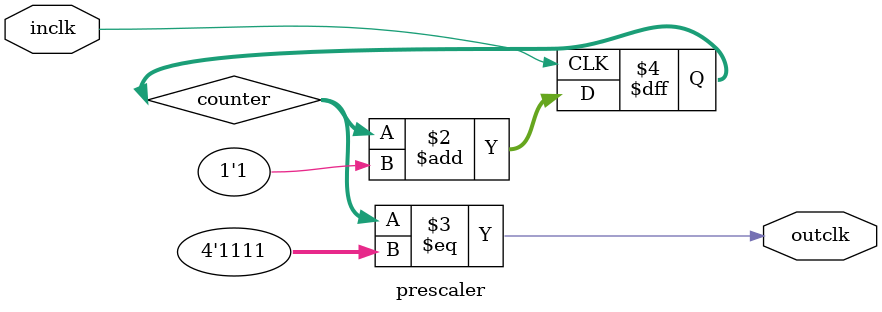
<source format=v>

module prescaler(
  input wire inclk,
  output wire outclk
    );

reg [3:0] counter;

always @(posedge inclk)
  counter <= counter + 1'b1;
  
assign outclk = counter == 4'b1111;

endmodule

</source>
